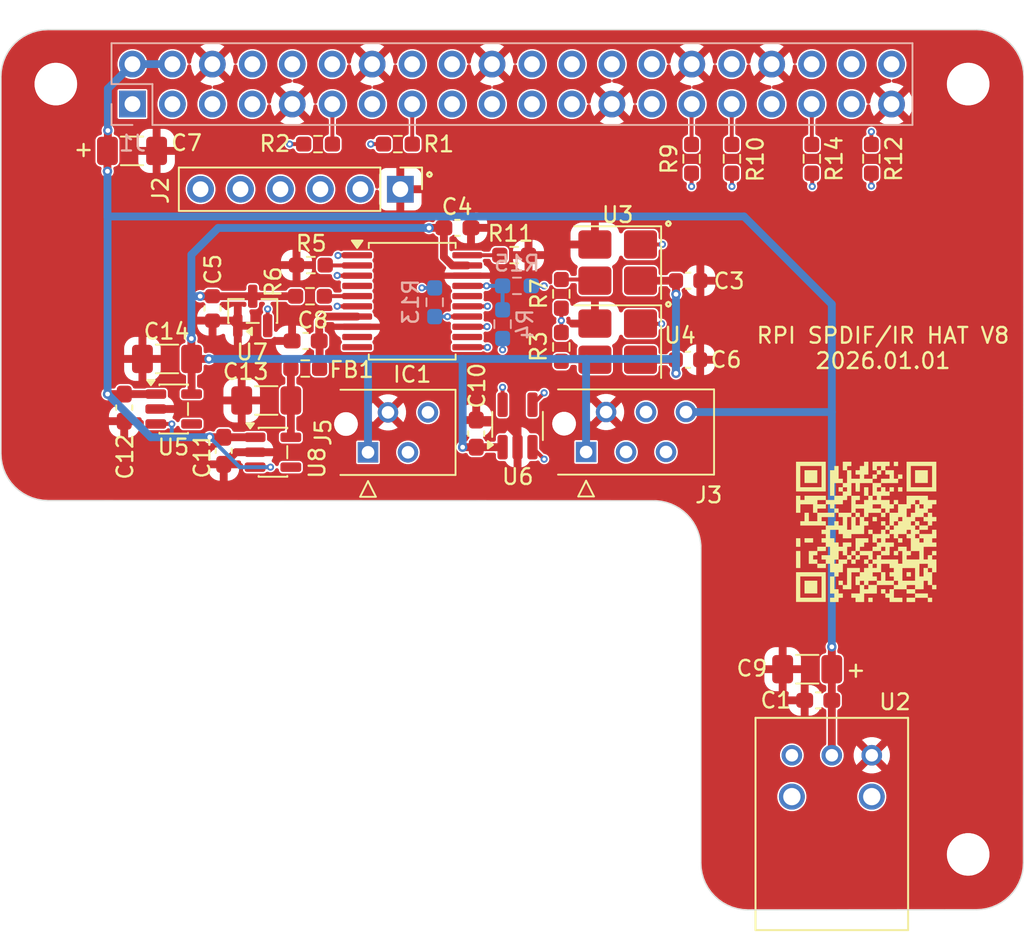
<source format=kicad_pcb>
(kicad_pcb (version 20241229) (generator "pcbnew") (generator_version "9.0")
  (title_block (date "2025-12-20"))
  (layers (0 "F.Cu" signal) (4 "In1.Cu" signal) (6 "In2.Cu" signal) (2 "B.Cu" signal) (13 "F.Paste" user) (15 "B.Paste" user) (5 "F.SilkS" user "F.Silkscreen") (7 "B.SilkS" user "B.Silkscreen") (1 "F.Mask" user) (3 "B.Mask" user) (25 "Edge.Cuts" user))
  (net 0 "")
  (net 1 "GND")
  (net 2 "/GPIO2{slash}SDA1")
  (net 3 "/GPIO3{slash}SCL1")
  (net 4 "/GPIO4{slash}GPCLK0")
  (net 5 "/GPIO14{slash}TXD0")
  (net 6 "/GPIO15{slash}RXD0")
  (net 7 "/GPIO17")
  (net 8 "/GPIO18{slash}PCM.CLK")
  (net 9 "/GPIO27")
  (net 10 "/GPIO22")
  (net 11 "/GPIO23")
  (net 12 "/GPIO26")
  (net 13 "/GPIO24")
  (net 14 "/GPIO10{slash}SPI0.MOSI")
  (net 15 "/GPIO9{slash}SPI0.MISO")
  (net 16 "/GPIO25")
  (net 17 "/GPIO11{slash}SPI0.SCLK")
  (net 18 "/GPIO8{slash}SPI0.CE0")
  (net 19 "/GPIO7{slash}SPI0.CE1")
  (net 20 "/ID_SDA")
  (net 21 "/ID_SCL")
  (net 22 "/GPIO5")
  (net 23 "/GPIO6")
  (net 24 "/GPIO12{slash}PWM0")
  (net 25 "/GPIO13{slash}PWM1")
  (net 26 "/GPIO19{slash}PCM.FS")
  (net 27 "/GPIO16")
  (net 28 "/GPIO20{slash}PCM.DIN")
  (net 29 "/GPIO21{slash}PCM.DOUT")
  (net 30 "+5V")
  (net 31 "+3V3")
  (net 32 "Net-(IC1-XIN)")
  (net 35 "Net-(IC1-GPO0{slash}SWIFMODE)")
  (net 36 "Net-(IC1-CSB{slash}GPO1)")
  (net 37 "Net-(IC1-RESETB)")
  (net 41 "Net-(IC1-RX0)")
  (net 42 "/IRIN")
  (net 43 "Net-(IC1-PVDD)")
  (net 47 "Net-(U4-CLK)")
  (net 48 "Net-(U3-CLK)")
  (net 49 "Net-(U4-INH)")
  (net 50 "Net-(U3-INH)")
  (net 51 "+3.3VP")
  (net 52 "+3.3VA")
  (net 55 "Net-(IC1-DIN)")
  (net 56 "Net-(IC1-BCLK)")
  (net 57 "Net-(IC1-LRCLK)")
  (net 58 "Net-(IC1-TX0)")
  (net 60 "/SPDIF-")
  (net 61 "/SPDIF+")
  (net 63 "Net-(U6-DIN)")
  (net 64 "Net-(U2-VIN)")
  (footprint "Capacitor_SMD:C_1206_3216Metric_Pad1.33x1.80mm_HandSolder" (layer "F.Cu") (at 110.5677 90.983)
    (property "Reference" "C14" (at -0.0267 -1.7526 0) (layer "F.SilkS"))
    (property "Value" "10uF/25V")
    (pad "1" smd roundrect (at -1.5625 0) (size 1.325 1.8) (layers "F.Cu" "F.Mask" "F.Paste") (roundrect_rratio 0.188679) (net 1 "GND"))
    (pad "2" smd roundrect (at 1.5625 0) (size 1.325 1.8) (layers "F.Cu" "F.Mask" "F.Paste") (roundrect_rratio 0.188679) (net 31 "+3V3"))
  )
  (footprint "MountingHole:MountingHole_2.7mm_M2.5" (layer "F.Cu") (at 161.5 73.5)
    (property "Reference" "MH2" (hide yes))
    (property "Value" "MountingHole_2.7mm_M2.5" (hide yes))
    (pad "" np_thru_hole circle (at 0 0) (size 2.7 2.7) (drill 2.7) (layers "*.Cu" "*.Mask"))
  )
  (footprint "Capacitor_SMD:C_1206_3216Metric_Pad1.33x1.80mm_HandSolder" (layer "F.Cu") (at 108.3435 77.7496)
    (property "Reference" "C7" (at 3.4675 -0.508 0) (layer "F.SilkS"))
    (property "Value" "47uF/6.3V")
    (pad "1" smd roundrect (at -1.5625 0) (size 1.325 1.8) (layers "F.Cu" "F.Mask" "F.Paste") (roundrect_rratio 0.188679) (net 30 "+5V"))
    (pad "2" smd roundrect (at 1.5625 0) (size 1.325 1.8) (layers "F.Cu" "F.Mask" "F.Paste") (roundrect_rratio 0.188679) (net 1 "GND"))
  )
  (footprint "Resistor_SMD:R_0603_1608Metric_Pad0.98x0.95mm_HandSolder" (layer "F.Cu") (at 120.1695 77.3178)
    (property "Reference" "R2" (at -2.7451 -0.0254 0) (layer "F.SilkS"))
    (property "Value" "0R")
    (pad "1" smd roundrect (at -0.9125 0) (size 0.975 0.95) (layers "F.Cu" "F.Mask" "F.Paste") (net 42 "/IRIN"))
    (pad "2" smd roundrect (at 0.9125 0) (size 0.975 0.95) (layers "F.Cu" "F.Mask" "F.Paste") (net 7 "/GPIO17"))
  )
  (footprint "Resistor_SMD:R_0603_1608Metric_Pad0.98x0.95mm_HandSolder" (layer "F.Cu") (at 119.6577 86.9952 180)
    (property "Reference" "R6" (at 2.3349 0.9144 90) (layer "F.SilkS"))
    (property "Value" "10k")
    (pad "1" smd roundrect (at -0.9125 0 180) (size 0.975 0.95) (layers "F.Cu" "F.Mask" "F.Paste") (net 36 "Net-(IC1-CSB{slash}GPO1)"))
    (pad "2" smd roundrect (at 0.9125 0 180) (size 0.975 0.95) (layers "F.Cu" "F.Mask" "F.Paste") (net 31 "+3V3"))
  )
  (footprint "Capacitor_SMD:C_0603_1608Metric_Pad1.08x0.95mm_HandSolder" (layer "F.Cu") (at 130.226 95.7339 -90)
    (property "Reference" "C10" (at -3.0441 -0.0508 90) (layer "F.SilkS"))
    (property "Value" "1uF/25V")
    (pad "1" smd roundrect (at -0.8625 0 270) (size 1.075 0.95) (layers "F.Cu" "F.Mask" "F.Paste") (net 1 "GND"))
    (pad "2" smd roundrect (at 0.8625 0 270) (size 1.075 0.95) (layers "F.Cu" "F.Mask" "F.Paste") (net 31 "+3V3"))
  )
  (footprint "Resistor_SMD:R_0603_1608Metric_Pad0.98x0.95mm_HandSolder" (layer "F.Cu") (at 155.3466 78.2557 -90)
    (property "Reference" "R12" (at 0 -1.43 90) (layer "F.SilkS"))
    (property "Value" "33R")
    (pad "1" smd roundrect (at -0.9125 0 270) (size 0.975 0.95) (layers "F.Cu" "F.Mask" "F.Paste") (net 29 "/GPIO21{slash}PCM.DOUT"))
    (pad "2" smd roundrect (at 0.9125 0 270) (size 0.975 0.95) (layers "F.Cu" "F.Mask" "F.Paste") (net 55 "Net-(IC1-DIN)"))
  )
  (footprint "Package_TO_SOT_SMD:SOT-23-5" (layer "F.Cu") (at 117.3029 96.9164)
    (property "Reference" "U8" (at 2.8139 0.6706 90) (layer "F.SilkS"))
    (property "Value" "NCP163ASN330T1G")
    (pad "1" smd roundrect (at -1.1375 -0.95) (size 1.325 0.6) (layers "F.Cu" "F.Mask" "F.Paste") (net 30 "+5V"))
    (pad "2" smd roundrect (at -1.1375 0) (size 1.325 0.6) (layers "F.Cu" "F.Mask" "F.Paste") (net 1 "GND"))
    (pad "3" smd roundrect (at -1.1375 0.95) (size 1.325 0.6) (layers "F.Cu" "F.Mask" "F.Paste") (net 30 "+5V"))
    (pad "4" smd roundrect (at 1.1375 0.95) (size 1.325 0.6) (layers "F.Cu" "F.Mask" "F.Paste"))
    (pad "5" smd roundrect (at 1.1375 -0.95) (size 1.325 0.6) (layers "F.Cu" "F.Mask" "F.Paste") (net 52 "+3.3VA"))
  )
  (footprint "Capacitor_SMD:C_1206_3216Metric_Pad1.33x1.80mm_HandSolder" (layer "F.Cu") (at 151.2695 110.7188 180)
    (property "Reference" "C9" (at 3.5175 0.0508 0) (layer "F.SilkS"))
    (property "Value" "47uF/6.3V")
    (pad "1" smd roundrect (at -1.5625 0 180) (size 1.325 1.8) (layers "F.Cu" "F.Mask" "F.Paste") (roundrect_rratio 0.188679) (net 30 "+5V"))
    (pad "2" smd roundrect (at 1.5625 0 180) (size 1.325 1.8) (layers "F.Cu" "F.Mask" "F.Paste") (roundrect_rratio 0.188679) (net 1 "GND"))
  )
  (footprint "Capacitor_SMD:C_0603_1608Metric_Pad1.08x0.95mm_HandSolder" (layer "F.Cu") (at 107.8486 94.0807 90)
    (property "Reference" "C12" (at -3.1253 0.0508 90) (layer "F.SilkS"))
    (property "Value" "1uF/25V")
    (pad "1" smd roundrect (at -0.8625 0 90) (size 1.075 0.95) (layers "F.Cu" "F.Mask" "F.Paste") (net 1 "GND"))
    (pad "2" smd roundrect (at 0.8625 0 90) (size 1.075 0.95) (layers "F.Cu" "F.Mask" "F.Paste") (net 30 "+5V"))
  )
  (footprint "Resistor_SMD:R_0603_1608Metric_Pad0.98x0.95mm_HandSolder" (layer "F.Cu") (at 132.6371 84.379)
    (property "Reference" "R11" (at -0.2267 -1.3716 0) (layer "F.SilkS"))
    (property "Value" "10k")
    (pad "1" smd roundrect (at -0.9125 0) (size 0.975 0.95) (layers "F.Cu" "F.Mask" "F.Paste") (net 41 "Net-(IC1-RX0)"))
    (pad "2" smd roundrect (at 0.9125 0) (size 0.975 0.95) (layers "F.Cu" "F.Mask" "F.Paste") (net 1 "GND"))
  )
  (footprint "Resistor_SMD:R_0603_1608Metric_Pad0.98x0.95mm_HandSolder" (layer "F.Cu") (at 119.7123 85.014 180)
    (property "Reference" "R5" (at -0.0235 1.3716 0) (layer "F.SilkS"))
    (property "Value" "10k")
    (pad "1" smd roundrect (at -0.9125 0 180) (size 0.975 0.95) (layers "F.Cu" "F.Mask" "F.Paste") (net 35 "Net-(IC1-GPO0{slash}SWIFMODE)"))
    (pad "2" smd roundrect (at 0.9125 0 180) (size 0.975 0.95) (layers "F.Cu" "F.Mask" "F.Paste") (net 1 "GND"))
  )
  (footprint "Resistor_SMD:R_0603_1608Metric_Pad0.98x0.95mm_HandSolder" (layer "F.Cu") (at 143.9166 78.2557 90)
    (property "Reference" "R9" (at 0 -1.43 90) (layer "F.SilkS"))
    (property "Value" "0R")
    (pad "1" smd roundrect (at -0.9125 0 90) (size 0.975 0.95) (layers "F.Cu" "F.Mask" "F.Paste") (net 49 "Net-(U4-INH)"))
    (pad "2" smd roundrect (at 0.9125 0 90) (size 0.975 0.95) (layers "F.Cu" "F.Mask" "F.Paste") (net 22 "/GPIO5"))
  )
  (footprint "Connector_PinHeader_2.54mm:PinHeader_1x06_P2.54mm_Vertical" (layer "F.Cu") (at 125.4 80.188 -90)
    (property "Reference" "J2" (at 0.0762 15.24 90) (layer "F.SilkS"))
    (property "Value" "TTL-232R-3V3")
    (pad "1" thru_hole rect (at 0 0 270) (size 1.7 1.7) (drill 1) (layers "*.Cu" "*.Mask") (net 1 "GND"))
    (pad "2" thru_hole circle (at 0 2.54 270) (size 1.7 1.7) (drill 1) (layers "*.Cu" "*.Mask"))
    (pad "3" thru_hole circle (at 0 5.08 270) (size 1.7 1.7) (drill 1) (layers "*.Cu" "*.Mask"))
    (pad "4" thru_hole circle (at 0 7.62 270) (size 1.7 1.7) (drill 1) (layers "*.Cu" "*.Mask") (net 6 "/GPIO15{slash}RXD0"))
    (pad "5" thru_hole circle (at 0 10.16 270) (size 1.7 1.7) (drill 1) (layers "*.Cu" "*.Mask") (net 5 "/GPIO14{slash}TXD0"))
    (pad "6" thru_hole circle (at 0 12.7 270) (size 1.7 1.7) (drill 1) (layers "*.Cu" "*.Mask"))
  )
  (footprint "Resistor_SMD:R_0603_1608Metric_Pad0.98x0.95mm_HandSolder" (layer "F.Cu") (at 146.482 78.2557 90)
    (property "Reference" "R10" (at -0.0273 1.4986 90) (layer "F.SilkS"))
    (property "Value" "0R")
    (pad "1" smd roundrect (at -0.9125 0 90) (size 0.975 0.95) (layers "F.Cu" "F.Mask" "F.Paste") (net 50 "Net-(U3-INH)"))
    (pad "2" smd roundrect (at 0.9125 0 90) (size 0.975 0.95) (layers "F.Cu" "F.Mask" "F.Paste") (net 23 "/GPIO6"))
  )
  (footprint "MountingHole:MountingHole_2.7mm_M2.5" (layer "F.Cu") (at 103.5 122.5)
    (property "Reference" "MH3" (hide yes))
    (property "Value" "MountingHole_2.7mm_M2.5" (hide yes))
    (pad "" np_thru_hole circle (at 0 0) (size 2.7 2.7) (drill 2.7) (layers "*.Cu" "*.Mask"))
  )
  (footprint "Capacitor_SMD:C_0603_1608Metric_Pad1.08x0.95mm_HandSolder" (layer "F.Cu") (at 114.1732 96.8261 90)
    (property "Reference" "C11" (at -0.3037 -1.3716 90) (layer "F.SilkS"))
    (property "Value" "1uF/25V")
    (pad "1" smd roundrect (at -0.8625 0 90) (size 1.075 0.95) (layers "F.Cu" "F.Mask" "F.Paste") (net 1 "GND"))
    (pad "2" smd roundrect (at 0.8625 0 90) (size 1.075 0.95) (layers "F.Cu" "F.Mask" "F.Paste") (net 30 "+5V"))
  )
  (footprint "Package_TO_SOT_SMD:SOT-23-5" (layer "F.Cu") (at 110.9927 94.1682)
    (property "Reference" "U5" (at -0.0199 2.4282 0) (layer "F.SilkS"))
    (property "Value" "NCP163ASN330T1G")
    (pad "1" smd roundrect (at -1.1375 -0.95) (size 1.325 0.6) (layers "F.Cu" "F.Mask" "F.Paste") (net 30 "+5V"))
    (pad "2" smd roundrect (at -1.1375 0) (size 1.325 0.6) (layers "F.Cu" "F.Mask" "F.Paste") (net 1 "GND"))
    (pad "3" smd roundrect (at -1.1375 0.95) (size 1.325 0.6) (layers "F.Cu" "F.Mask" "F.Paste") (net 30 "+5V"))
    (pad "4" smd roundrect (at 1.1375 0.95) (size 1.325 0.6) (layers "F.Cu" "F.Mask" "F.Paste"))
    (pad "5" smd roundrect (at 1.1375 -0.95) (size 1.325 0.6) (layers "F.Cu" "F.Mask" "F.Paste") (net 31 "+3V3"))
  )
  (footprint "MountingHole:MountingHole_2.7mm_M2.5" (layer "F.Cu") (at 103.5 73.5)
    (property "Reference" "MH1" (hide yes))
    (property "Value" "MountingHole_2.7mm_M2.5" (hide yes))
    (pad "" np_thru_hole circle (at 0 0) (size 2.7 2.7) (drill 2.7) (layers "*.Cu" "*.Mask"))
  )
  (footprint "LOGO" (layer "F.Cu") (at 155.0164 101.9812)
    (property "Reference" "G***" (hide yes))
    (property "Value" "LOGO" (hide yes))
  )
  (footprint "Capacitor_SMD:C_0603_1608Metric" (layer "F.Cu") (at 143.688 91.0338)
    (property "Reference" "C6" (at 2.4254 0 0) (layer "F.SilkS"))
    (property "Value" "1uF/25V")
    (pad "1" smd roundrect (at -0.775 0) (size 0.9 0.95) (layers "F.Cu" "F.Mask" "F.Paste") (net 31 "+3V3"))
    (pad "2" smd roundrect (at 0.775 0) (size 0.9 0.95) (layers "F.Cu" "F.Mask" "F.Paste") (net 1 "GND"))
  )
  (footprint "Capacitor_SMD:C_0603_1608Metric_Pad1.08x0.95mm_HandSolder" (layer "F.Cu") (at 129.0311 82.644045 180)
    (property "Reference" "C4" (at 0.0243 1.338445 180) (layer "F.SilkS"))
    (property "Value" "1uF/25V")
    (pad "1" smd roundrect (at -0.8625 0 180) (size 1.075 0.95) (layers "F.Cu" "F.Mask" "F.Paste") (net 1 "GND"))
    (pad "2" smd roundrect (at 0.8625 0 180) (size 1.075 0.95) (layers "F.Cu" "F.Mask" "F.Paste") (net 31 "+3V3"))
  )
  (footprint "Resistor_SMD:R_0603_1608Metric_Pad0.98x0.95mm_HandSolder" (layer "F.Cu") (at 135.6362 86.8447 90)
    (property "Reference" "R7" (at 0 -1.43 90) (layer "F.SilkS"))
    (property "Value" "33R")
    (pad "1" smd roundrect (at -0.9125 0 90) (size 0.975 0.95) (layers "F.Cu" "F.Mask" "F.Paste") (net 32 "Net-(IC1-XIN)"))
    (pad "2" smd roundrect (at 0.9125 0 90) (size 0.975 0.95) (layers "F.Cu" "F.Mask" "F.Paste") (net 48 "Net-(U3-CLK)"))
  )
  (footprint "Connector_TE-Connectivity:TE_Micro-MaTch_215079-4_2x02_P1.27mm_Vertical" (layer "F.Cu") (at 123.3456 96.9232 90)
    (property "Reference" "J5" (at 1.27 -2.85 90) (layer "F.SilkS"))
    (property "Value" "TE MicroMatch")
    (pad "" np_thru_hole circle (at 1.8 -1.4 90) (size 1.5 1.5) (drill 1.5) (layers "*.Cu" "*.Mask"))
    (pad "1" thru_hole rect (at 0 0 90) (size 1.3 1.3) (drill 0.8) (layers "*.Cu" "*.Mask") (net 31 "+3V3"))
    (pad "2" thru_hole circle (at 2.54 1.27 90) (size 1.3 1.3) (drill 0.8) (layers "*.Cu" "*.Mask") (net 1 "GND"))
    (pad "3" thru_hole circle (at 0 2.54 90) (size 1.3 1.3) (drill 0.8) (layers "*.Cu" "*.Mask") (net 42 "/IRIN"))
    (pad "4" thru_hole circle (at 2.54 3.81 90) (size 1.3 1.3) (drill 0.8) (layers "*.Cu" "*.Mask"))
  )
  (footprint "Package_SO:SSOP-20_5.3x7.2mm_P0.65mm" (layer "F.Cu") (at 126.1568 87.312445)
    (property "Reference" "IC1" (at 0 4.661155 0) (layer "F.SilkS"))
    (property "Value" "WM8804GEDS_V")
    (pad "1" smd roundrect (at -3.5 -2.925) (size 1.9 0.4) (layers "F.Cu" "F.Mask" "F.Paste") (net 3 "/GPIO3{slash}SCL1"))
    (pad "2" smd roundrect (at -3.5 -2.275) (size 1.9 0.4) (layers "F.Cu" "F.Mask" "F.Paste") (net 35 "Net-(IC1-GPO0{slash}SWIFMODE)"))
    (pad "3" smd roundrect (at -3.5 -1.625) (size 1.9 0.4) (layers "F.Cu" "F.Mask" "F.Paste") (net 2 "/GPIO2{slash}SDA1"))
    (pad "4" smd roundrect (at -3.5 -0.975) (size 1.9 0.4) (layers "F.Cu" "F.Mask" "F.Paste"))
    (pad "5" smd roundrect (at -3.5 -0.325) (size 1.9 0.4) (layers "F.Cu" "F.Mask" "F.Paste") (net 36 "Net-(IC1-CSB{slash}GPO1)"))
    (pad "6" smd roundrect (at -3.5 0.325) (size 1.9 0.4) (layers "F.Cu" "F.Mask" "F.Paste") (net 37 "Net-(IC1-RESETB)"))
    (pad "7" smd roundrect (at -3.5 0.975) (size 1.9 0.4) (layers "F.Cu" "F.Mask" "F.Paste") (net 43 "Net-(IC1-PVDD)"))
    (pad "8" smd roundrect (at -3.5 1.625) (size 1.9 0.4) (layers "F.Cu" "F.Mask" "F.Paste") (net 1 "GND"))
    (pad "9" smd roundrect (at -3.5 2.275) (size 1.9 0.4) (layers "F.Cu" "F.Mask" "F.Paste"))
    (pad "10" smd roundrect (at -3.5 2.925) (size 1.9 0.4) (layers "F.Cu" "F.Mask" "F.Paste"))
    (pad "11" smd roundrect (at 3.5 2.925) (size 1.9 0.4) (layers "F.Cu" "F.Mask" "F.Paste") (net 32 "Net-(IC1-XIN)"))
    (pad "12" smd roundrect (at 3.5 2.275) (size 1.9 0.4) (layers "F.Cu" "F.Mask" "F.Paste"))
    (pad "13" smd roundrect (at 3.5 1.625) (size 1.9 0.4) (layers "F.Cu" "F.Mask" "F.Paste") (net 55 "Net-(IC1-DIN)"))
    (pad "14" smd roundrect (at 3.5 0.975) (size 1.9 0.4) (layers "F.Cu" "F.Mask" "F.Paste") (net 56 "Net-(IC1-BCLK)"))
    (pad "15" smd roundrect (at 3.5 0.325) (size 1.9 0.4) (layers "F.Cu" "F.Mask" "F.Paste") (net 57 "Net-(IC1-LRCLK)"))
    (pad "16" smd roundrect (at 3.5 -0.325) (size 1.9 0.4) (layers "F.Cu" "F.Mask" "F.Paste"))
    (pad "17" smd roundrect (at 3.5 -0.975) (size 1.9 0.4) (layers "F.Cu" "F.Mask" "F.Paste") (net 58 "Net-(IC1-TX0)"))
    (pad "18" smd roundrect (at 3.5 -1.625) (size 1.9 0.4) (layers "F.Cu" "F.Mask" "F.Paste") (net 1 "GND"))
    (pad "19" smd roundrect (at 3.5 -2.275) (size 1.9 0.4) (layers "F.Cu" "F.Mask" "F.Paste") (net 31 "+3V3"))
    (pad "20" smd roundrect (at 3.5 -2.925) (size 1.9 0.4) (layers "F.Cu" "F.Mask" "F.Paste") (net 41 "Net-(IC1-RX0)"))
  )
  (footprint "Capacitor_SMD:C_0603_1608Metric_Pad1.08x0.95mm_HandSolder" (layer "F.Cu") (at 119.3813 89.84)
    (property "Reference" "C8" (at 0.4561 -1.3208 0) (layer "F.SilkS"))
    (property "Value" "1uF/25V")
    (pad "1" smd roundrect (at -0.8625 0) (size 1.075 0.95) (layers "F.Cu" "F.Mask" "F.Paste") (net 1 "GND"))
    (pad "2" smd roundrect (at 0.8625 0) (size 1.075 0.95) (layers "F.Cu" "F.Mask" "F.Paste") (net 43 "Net-(IC1-PVDD)"))
  )
  (footprint "Capacitor_SMD:C_0603_1608Metric" (layer "F.Cu") (at 143.701 86.0046)
    (property "Reference" "C3" (at 2.6032 0.0254 0) (layer "F.SilkS"))
    (property "Value" "1uF/25V")
    (pad "1" smd roundrect (at -0.775 0) (size 0.9 0.95) (layers "F.Cu" "F.Mask" "F.Paste") (net 31 "+3V3"))
    (pad "2" smd roundrect (at 0.775 0) (size 0.9 0.95) (layers "F.Cu" "F.Mask" "F.Paste") (net 1 "GND"))
  )
  (footprint "Resistor_SMD:R_0603_1608Metric_Pad0.98x0.95mm_HandSolder" (layer "F.Cu") (at 151.562 78.2557 -90)
    (property "Reference" "R14" (at 0 -1.43 90) (layer "F.SilkS"))
    (property "Value" "33R")
    (pad "1" smd roundrect (at -0.9125 0 270) (size 0.975 0.95) (layers "F.Cu" "F.Mask" "F.Paste") (net 26 "/GPIO19{slash}PCM.FS"))
    (pad "2" smd roundrect (at 0.9125 0 270) (size 0.975 0.95) (layers "F.Cu" "F.Mask" "F.Paste") (net 57 "Net-(IC1-LRCLK)"))
  )
  (footprint "Package_TO_SOT_SMD:SOT-23" (layer "F.Cu") (at 116.0172 87.9327 90)
    (property "Reference" "U7" (at -2.6185 -0.0406 180) (layer "F.SilkS"))
    (property "Value" "APX809S-31SA-7")
    (pad "1" smd roundrect (at -0.9375 -0.95 90) (size 1.475 0.6) (layers "F.Cu" "F.Mask" "F.Paste") (net 1 "GND"))
    (pad "2" smd roundrect (at -0.9375 0.95 90) (size 1.475 0.6) (layers "F.Cu" "F.Mask" "F.Paste") (net 37 "Net-(IC1-RESETB)"))
    (pad "3" smd roundrect (at 0.9375 0 90) (size 1.475 0.6) (layers "F.Cu" "F.Mask" "F.Paste") (net 31 "+3V3"))
  )
  (footprint "MountingHole:MountingHole_2.7mm_M2.5" (layer "F.Cu") (at 161.5 122.5)
    (property "Reference" "MH4" (hide yes))
    (property "Value" "MountingHole_2.7mm_M2.5" (hide yes))
    (pad "" np_thru_hole circle (at 0 0) (size 2.7 2.7) (drill 2.7) (layers "*.Cu" "*.Mask"))
  )
  (footprint "Capacitor_SMD:C_0603_1608Metric" (layer "F.Cu") (at 113.462 87.7702 -90)
    (property "Reference" "C5" (at -2.4768 -0.0254 90) (layer "F.SilkS"))
    (property "Value" "1uF/25V")
    (pad "1" smd roundrect (at -0.775 0 270) (size 0.9 0.95) (layers "F.Cu" "F.Mask" "F.Paste") (net 31 "+3V3"))
    (pad "2" smd roundrect (at 0.775 0 270) (size 0.9 0.95) (layers "F.Cu" "F.Mask" "F.Paste") (net 1 "GND"))
  )
  (footprint "Resistor_SMD:R_0603_1608Metric_Pad0.98x0.95mm_HandSolder" (layer "F.Cu") (at 135.6362 90.2191 -90)
    (property "Reference" "R3" (at -0.0235 1.4478 90) (layer "F.SilkS"))
    (property "Value" "33R")
    (pad "1" smd roundrect (at -0.9125 0 270) (size 0.975 0.95) (layers "F.Cu" "F.Mask" "F.Paste") (net 32 "Net-(IC1-XIN)"))
    (pad "2" smd roundrect (at 0.9125 0 270) (size 0.975 0.95) (layers "F.Cu" "F.Mask" "F.Paste") (net 47 "Net-(U4-CLK)"))
  )
  (footprint "Crystal:Crystal_SMD_3225-4Pin_3.2x2.5mm_HandSoldering" (layer "F.Cu") (at 139.2198 89.8838 180)
    (property "Reference" "U4" (at -3.9602 0.3994 180) (layer "F.SilkS"))
    (property "Value" "KC3225Z22.5792C15XXK")
    (pad "1" smd roundrect (at -1.45 1.15 180) (size 2.1 1.8) (layers "F.Cu" "F.Mask" "F.Paste") (roundrect_rratio 0.138889) (net 49 "Net-(U4-INH)"))
    (pad "2" smd roundrect (at 1.45 1.15 180) (size 2.1 1.8) (layers "F.Cu" "F.Mask" "F.Paste") (roundrect_rratio 0.138889) (net 1 "GND"))
    (pad "3" smd roundrect (at 1.45 -1.15 180) (size 2.1 1.8) (layers "F.Cu" "F.Mask" "F.Paste") (roundrect_rratio 0.138889) (net 47 "Net-(U4-CLK)"))
    (pad "4" smd roundrect (at -1.45 -1.15 180) (size 2.1 1.8) (layers "F.Cu" "F.Mask" "F.Paste") (roundrect_rratio 0.138889) (net 31 "+3V3"))
  )
  (footprint "Capacitor_SMD:C_0603_1608Metric_Pad1.08x0.95mm_HandSolder" (layer "F.Cu") (at 151.9695 112.7 180)
    (property "Reference" "C1" (at 2.6935 0 0) (layer "F.SilkS"))
    (property "Value" "1uF/25V")
    (pad "1" smd roundrect (at -0.8625 0 180) (size 1.075 0.95) (layers "F.Cu" "F.Mask" "F.Paste") (net 30 "+5V"))
    (pad "2" smd roundrect (at 0.8625 0 180) (size 1.075 0.95) (layers "F.Cu" "F.Mask" "F.Paste") (net 1 "GND"))
  )
  (footprint "Resistor_SMD:R_0603_1608Metric_Pad0.98x0.95mm_HandSolder" (layer "F.Cu") (at 125.2457 77.3178)
    (property "Reference" "R1" (at 2.5927 0 0) (layer "F.SilkS"))
    (property "Value" "0R")
    (pad "1" smd roundrect (at -0.9125 0) (size 0.975 0.95) (layers "F.Cu" "F.Mask" "F.Paste") (net 42 "/IRIN"))
    (pad "2" smd roundrect (at 0.9125 0) (size 0.975 0.95) (layers "F.Cu" "F.Mask" "F.Paste") (net 10 "/GPIO22"))
  )
  (footprint "Capacitor_SMD:C_1206_3216Metric_Pad1.33x1.80mm_HandSolder" (layer "F.Cu") (at 116.8779 93.6246)
    (property "Reference" "C13" (at -1.3077 -1.8288 0) (layer "F.SilkS"))
    (property "Value" "10uF/25V")
    (pad "1" smd roundrect (at -1.5625 0) (size 1.325 1.8) (layers "F.Cu" "F.Mask" "F.Paste") (roundrect_rratio 0.188679) (net 1 "GND"))
    (pad "2" smd roundrect (at 1.5625 0) (size 1.325 1.8) (layers "F.Cu" "F.Mask" "F.Paste") (roundrect_rratio 0.188679) (net 52 "+3.3VA"))
  )
  (footprint "Package_TO_SOT_SMD:SOT-23-5_HandSoldering" (layer "F.Cu") (at 132.8524 95.2464 90)
    (property "Reference" "U6" (at -3.2296 0.0152 180) (layer "F.SilkS"))
    (property "Value" "FIN1001")
    (pad "1" smd roundrect (at -1.35 -0.95 90) (size 1.56 0.65) (layers "F.Cu" "F.Mask" "F.Paste") (net 31 "+3V3"))
    (pad "2" smd roundrect (at -1.35 0 90) (size 1.56 0.65) (layers "F.Cu" "F.Mask" "F.Paste") (net 1 "GND"))
    (pad "3" smd roundrect (at -1.35 0.95 90) (size 1.56 0.65) (layers "F.Cu" "F.Mask" "F.Paste") (net 60 "/SPDIF-"))
    (pad "4" smd roundrect (at 1.35 0.95 90) (size 1.56 0.65) (layers "F.Cu" "F.Mask" "F.Paste") (net 61 "/SPDIF+"))
    (pad "5" smd roundrect (at 1.35 -0.95 90) (size 1.56 0.65) (layers "F.Cu" "F.Mask" "F.Paste") (net 63 "Net-(U6-DIN)"))
  )
  (footprint "Crystal:Crystal_SMD_3225-4Pin_3.2x2.5mm_HandSoldering" (layer "F.Cu") (at 139.2198 84.8546 180)
    (property "Reference" "U3" (at 0 3.041 180) (layer "F.SilkS"))
    (property "Value" "KC3225Z24.5760C1KX00")
    (pad "1" smd roundrect (at -1.45 1.15 180) (size 2.1 1.8) (layers "F.Cu" "F.Mask" "F.Paste") (roundrect_rratio 0.138889) (net 50 "Net-(U3-INH)"))
    (pad "2" smd roundrect (at 1.45 1.15 180) (size 2.1 1.8) (layers "F.Cu" "F.Mask" "F.Paste") (roundrect_rratio 0.138889) (net 1 "GND"))
    (pad "3" smd roundrect (at 1.45 -1.15 180) (size 2.1 1.8) (layers "F.Cu" "F.Mask" "F.Paste") (roundrect_rratio 0.138889) (net 48 "Net-(U3-CLK)"))
    (pad "4" smd roundrect (at -1.45 -1.15 180) (size 2.1 1.8) (layers "F.Cu" "F.Mask" "F.Paste") (roundrect_rratio 0.138889) (net 31 "+3V3"))
  )
  (footprint "Connector_TE-Connectivity:TE_Micro-MaTch_215079-6_2x03_P1.27mm_Vertical" (layer "F.Cu") (at 137.211 96.9012 90)
    (property "Reference" "J3" (at -2.7432 7.7978 180) (layer "F.SilkS"))
    (property "Value" "TE MicroMatch")
    (pad "" np_thru_hole circle (at 1.8 -1.4 90) (size 1.5 1.5) (drill 1.5) (layers "*.Cu" "*.Mask"))
    (pad "1" thru_hole rect (at 0 0 90) (size 1.3 1.3) (drill 0.8) (layers "*.Cu" "*.Mask") (net 31 "+3V3"))
    (pad "2" thru_hole circle (at 2.54 1.27 90) (size 1.3 1.3) (drill 0.8) (layers "*.Cu" "*.Mask") (net 1 "GND"))
    (pad "3" thru_hole circle (at 0 2.54 90) (size 1.3 1.3) (drill 0.8) (layers "*.Cu" "*.Mask") (net 60 "/SPDIF-"))
    (pad "4" thru_hole circle (at 2.54 3.81 90) (size 1.3 1.3) (drill 0.8) (layers "*.Cu" "*.Mask") (net 61 "/SPDIF+"))
    (pad "5" thru_hole circle (at 0 5.08 90) (size 1.3 1.3) (drill 0.8) (layers "*.Cu" "*.Mask"))
    (pad "6" thru_hole circle (at 2.54 6.35 90) (size 1.3 1.3) (drill 0.8) (layers "*.Cu" "*.Mask") (net 30 "+5V"))
  )
  (footprint "kicad-snk:PLR135-T10_PLT133-T10W" (layer "F.Cu") (at 152.832 118.824 180)
    (property "Reference" "U2" (at -4.0132 6.0224 0) (layer "F.SilkS"))
    (property "Value" "PLT237/T10WH")
    (pad "1" thru_hole circle (at 2.54 2.63 180) (size 1.308 1.308) (drill 0.8) (layers "*.Cu" "*.Mask") (net 64 "Net-(U2-VIN)"))
    (pad "2" thru_hole circle (at 0 2.63 180) (size 1.308 1.308) (drill 0.8) (layers "*.Cu" "*.Mask") (net 30 "+5V"))
    (pad "3" thru_hole circle (at -2.54 2.63 180) (size 1.308 1.308) (drill 0.8) (layers "*.Cu" "*.Mask") (net 1 "GND"))
    (pad "NC1" thru_hole circle (at 2.54 0 180) (size 1.65 1.65) (drill 1.1) (layers "*.Cu" "*.Mask"))
    (pad "NC2" thru_hole circle (at -2.54 0 180) (size 1.65 1.65) (drill 1.1) (layers "*.Cu" "*.Mask"))
  )
  (footprint "Resistor_SMD:R_0603_1608Metric_Pad0.98x0.95mm_HandSolder" (layer "F.Cu") (at 119.3567 91.5926 180)
    (property "Reference" "FB1" (at -2.9445 -0.0762 0) (layer "F.SilkS"))
    (property "Value" "1k@100MHz")
    (pad "1" smd roundrect (at -0.9125 0 180) (size 0.975 0.95) (layers "F.Cu" "F.Mask" "F.Paste") (net 43 "Net-(IC1-PVDD)"))
    (pad "2" smd roundrect (at 0.9125 0 180) (size 0.975 0.95) (layers "F.Cu" "F.Mask" "F.Paste") (net 52 "+3.3VA"))
  )
  (footprint "Connector_PinSocket_2.54mm:PinSocket_2x20_P2.54mm_Vertical" (layer "B.Cu") (at 108.37 74.77 -90)
    (property "Reference" "J1" (at 2.5 0 0) (layer "B.SilkS") (effects (justify mirror)))
    (property "Value" "GPIO")
    (pad "1" thru_hole rect (at 0 0 270) (size 1.7 1.7) (drill 1) (layers "*.Cu" "*.Mask") (net 51 "+3.3VP"))
    (pad "2" thru_hole circle (at -2.54 0 270) (size 1.7 1.7) (drill 1) (layers "*.Cu" "*.Mask") (net 30 "+5V"))
    (pad "3" thru_hole circle (at 0 -2.54 270) (size 1.7 1.7) (drill 1) (layers "*.Cu" "*.Mask") (net 2 "/GPIO2{slash}SDA1"))
    (pad "4" thru_hole circle (at -2.54 -2.54 270) (size 1.7 1.7) (drill 1) (layers "*.Cu" "*.Mask") (net 30 "+5V"))
    (pad "5" thru_hole circle (at 0 -5.08 270) (size 1.7 1.7) (drill 1) (layers "*.Cu" "*.Mask") (net 3 "/GPIO3{slash}SCL1"))
    (pad "6" thru_hole circle (at -2.54 -5.08 270) (size 1.7 1.7) (drill 1) (layers "*.Cu" "*.Mask") (net 1 "GND"))
    (pad "7" thru_hole circle (at 0 -7.62 270) (size 1.7 1.7) (drill 1) (layers "*.Cu" "*.Mask") (net 4 "/GPIO4{slash}GPCLK0"))
    (pad "8" thru_hole circle (at -2.54 -7.62 270) (size 1.7 1.7) (drill 1) (layers "*.Cu" "*.Mask") (net 5 "/GPIO14{slash}TXD0"))
    (pad "9" thru_hole circle (at 0 -10.16 270) (size 1.7 1.7) (drill 1) (layers "*.Cu" "*.Mask") (net 1 "GND"))
    (pad "10" thru_hole circle (at -2.54 -10.16 270) (size 1.7 1.7) (drill 1) (layers "*.Cu" "*.Mask") (net 6 "/GPIO15{slash}RXD0"))
    (pad "11" thru_hole circle (at 0 -12.7 270) (size 1.7 1.7) (drill 1) (layers "*.Cu" "*.Mask") (net 7 "/GPIO17"))
    (pad "12" thru_hole circle (at -2.54 -12.7 270) (size 1.7 1.7) (drill 1) (layers "*.Cu" "*.Mask") (net 8 "/GPIO18{slash}PCM.CLK"))
    (pad "13" thru_hole circle (at 0 -15.24 270) (size 1.7 1.7) (drill 1) (layers "*.Cu" "*.Mask") (net 9 "/GPIO27"))
    (pad "14" thru_hole circle (at -2.54 -15.24 270) (size 1.7 1.7) (drill 1) (layers "*.Cu" "*.Mask") (net 1 "GND"))
    (pad "15" thru_hole circle (at 0 -17.78 270) (size 1.7 1.7) (drill 1) (layers "*.Cu" "*.Mask") (net 10 "/GPIO22"))
    (pad "16" thru_hole circle (at -2.54 -17.78 270) (size 1.7 1.7) (drill 1) (layers "*.Cu" "*.Mask") (net 11 "/GPIO23"))
    (pad "17" thru_hole circle (at 0 -20.32 270) (size 1.7 1.7) (drill 1) (layers "*.Cu" "*.Mask") (net 51 "+3.3VP"))
    (pad "18" thru_hole circle (at -2.54 -20.32 270) (size 1.7 1.7) (drill 1) (layers "*.Cu" "*.Mask") (net 13 "/GPIO24"))
    (pad "19" thru_hole circle (at 0 -22.86 270) (size 1.7 1.7) (drill 1) (layers "*.Cu" "*.Mask") (net 14 "/GPIO10{slash}SPI0.MOSI"))
    (pad "20" thru_hole circle (at -2.54 -22.86 270) (size 1.7 1.7) (drill 1) (layers "*.Cu" "*.Mask") (net 1 "GND"))
    (pad "21" thru_hole circle (at 0 -25.4 270) (size 1.7 1.7) (drill 1) (layers "*.Cu" "*.Mask") (net 15 "/GPIO9{slash}SPI0.MISO"))
    (pad "22" thru_hole circle (at -2.54 -25.4 270) (size 1.7 1.7) (drill 1) (layers "*.Cu" "*.Mask") (net 16 "/GPIO25"))
    (pad "23" thru_hole circle (at 0 -27.94 270) (size 1.7 1.7) (drill 1) (layers "*.Cu" "*.Mask") (net 17 "/GPIO11{slash}SPI0.SCLK"))
    (pad "24" thru_hole circle (at -2.54 -27.94 270) (size 1.7 1.7) (drill 1) (layers "*.Cu" "*.Mask") (net 18 "/GPIO8{slash}SPI0.CE0"))
    (pad "25" thru_hole circle (at 0 -30.48 270) (size 1.7 1.7) (drill 1) (layers "*.Cu" "*.Mask") (net 1 "GND"))
    (pad "26" thru_hole circle (at -2.54 -30.48 270) (size 1.7 1.7) (drill 1) (layers "*.Cu" "*.Mask") (net 19 "/GPIO7{slash}SPI0.CE1"))
    (pad "27" thru_hole circle (at 0 -33.02 270) (size 1.7 1.7) (drill 1) (layers "*.Cu" "*.Mask") (net 20 "/ID_SDA"))
    (pad "28" thru_hole circle (at -2.54 -33.02 270) (size 1.7 1.7) (drill 1) (layers "*.Cu" "*.Mask") (net 21 "/ID_SCL"))
    (pad "29" thru_hole circle (at 0 -35.56 270) (size 1.7 1.7) (drill 1) (layers "*.Cu" "*.Mask") (net 22 "/GPIO5"))
    (pad "30" thru_hole circle (at -2.54 -35.56 270) (size 1.7 1.7) (drill 1) (layers "*.Cu" "*.Mask") (net 1 "GND"))
    (pad "31" thru_hole circle (at 0 -38.1 270) (size 1.7 1.7) (drill 1) (layers "*.Cu" "*.Mask") (net 23 "/GPIO6"))
    (pad "32" thru_hole circle (at -2.54 -38.1 270) (size 1.7 1.7) (drill 1) (layers "*.Cu" "*.Mask") (net 24 "/GPIO12{slash}PWM0"))
    (pad "33" thru_hole circle (at 0 -40.64 270) (size 1.7 1.7) (drill 1) (layers "*.Cu" "*.Mask") (net 25 "/GPIO13{slash}PWM1"))
    (pad "34" thru_hole circle (at -2.54 -40.64 270) (size 1.7 1.7) (drill 1) (layers "*.Cu" "*.Mask") (net 1 "GND"))
    (pad "35" thru_hole circle (at 0 -43.18 270) (size 1.7 1.7) (drill 1) (layers "*.Cu" "*.Mask") (net 26 "/GPIO19{slash}PCM.FS"))
    (pad "36" thru_hole circle (at -2.54 -43.18 270) (size 1.7 1.7) (drill 1) (layers "*.Cu" "*.Mask") (net 27 "/GPIO16"))
    (pad "37" thru_hole circle (at 0 -45.72 270) (size 1.7 1.7) (drill 1) (layers "*.Cu" "*.Mask") (net 12 "/GPIO26"))
    (pad "38" thru_hole circle (at -2.54 -45.72 270) (size 1.7 1.7) (drill 1) (layers "*.Cu" "*.Mask") (net 28 "/GPIO20{slash}PCM.DIN"))
    (pad "39" thru_hole circle (at 0 -48.26 270) (size 1.7 1.7) (drill 1) (layers "*.Cu" "*.Mask") (net 1 "GND"))
    (pad "40" thru_hole circle (at -2.54 -48.26 270) (size 1.7 1.7) (drill 1) (layers "*.Cu" "*.Mask") (net 29 "/GPIO21{slash}PCM.DOUT"))
  )
  (footprint "Resistor_SMD:R_0603_1608Metric_Pad0.98x0.95mm_HandSolder" (layer "B.Cu") (at 131.9024 88.7713 90)
    (property "Reference" "R4" (at 0 1.43 90) (layer "B.SilkS") (effects (justify mirror)))
    (property "Value" "0R")
    (pad "1" smd roundrect (at -0.9125 0 90) (size 0.975 0.95) (layers "B.Cu" "B.Mask" "B.Paste") (net 63 "Net-(U6-DIN)"))
    (pad "2" smd roundrect (at 0.9125 0 90) (size 0.975 0.95) (layers "B.Cu" "B.Mask" "B.Paste") (net 58 "Net-(IC1-TX0)"))
  )
  (footprint "Resistor_SMD:R_0603_1608Metric_Pad0.98x0.95mm_HandSolder" (layer "B.Cu") (at 132.8149 86.3348 180)
    (property "Reference" "R15" (at 0 1.43 0) (layer "B.SilkS") (effects (justify mirror)))
    (property "Value" "0R")
    (pad "1" smd roundrect (at -0.9125 0 180) (size 0.975 0.95) (layers "B.Cu" "B.Mask" "B.Paste") (net 64 "Net-(U2-VIN)"))
    (pad "2" smd roundrect (at 0.9125 0 180) (size 0.975 0.95) (layers "B.Cu" "B.Mask" "B.Paste") (net 58 "Net-(IC1-TX0)"))
  )
  (footprint "Resistor_SMD:R_0603_1608Metric_Pad0.98x0.95mm_HandSolder" (layer "B.Cu") (at 127.5844 87.3781 -90)
    (property "Reference" "R13" (at -0.0273 1.524 90) (layer "B.SilkS") (effects (justify mirror)))
    (property "Value" "33R")
    (pad "1" smd roundrect (at -0.9125 0 270) (size 0.975 0.95) (layers "B.Cu" "B.Mask" "B.Paste") (net 8 "/GPIO18{slash}PCM.CLK"))
    (pad "2" smd roundrect (at 0.9125 0 270) (size 0.975 0.95) (layers "B.Cu" "B.Mask" "B.Paste") (net 56 "Net-(IC1-BCLK)"))
  )
  (gr_arc (start 147.498 126.035) (mid 145.37668 125.15632) (end 144.498 123.035) (stroke (width 0.05)) (layer "Edge.Cuts"))
  (gr_line (start 147.498 126.035) (end 162.025 126.025) (stroke (width 0.05)) (layer "Edge.Cuts"))
  (gr_arc (start 100 73.028) (mid 100.87868 70.90668) (end 103 70.028) (stroke (width 0.05)) (layer "Edge.Cuts"))
  (gr_line (start 103 70.028) (end 162.0494 70.028) (stroke (width 0.05)) (layer "Edge.Cuts"))
  (gr_line (start 144.498 103.01032) (end 144.498 123.035) (stroke (width 0.05)) (layer "Edge.Cuts"))
  (gr_arc (start 141.498 100.01032) (mid 143.61932 100.889) (end 144.498 103.01032) (stroke (width 0.05)) (layer "Edge.Cuts"))
  (gr_arc (start 162.0494 70.028) (mid 164.17072 70.90668) (end 165.0494 73.028) (stroke (width 0.05)) (layer "Edge.Cuts"))
  (gr_arc (start 165.025 123.025) (mid 164.14632 125.14632) (end 162.025 126.025) (stroke (width 0.05)) (layer "Edge.Cuts"))
  (gr_arc (start 103.00132 99.99868) (mid 100.88 99.12) (end 100.00132 96.99868) (stroke (width 0.05)) (layer "Edge.Cuts"))
  (gr_line (start 100 97) (end 100 73.028) (stroke (width 0.05)) (layer "Edge.Cuts"))
  (gr_line (start 165.0494 73.028) (end 165.025 123.025) (stroke (width 0.05)) (layer "Edge.Cuts"))
  (gr_line (start 141.498 100.01032) (end 103 100) (stroke (width 0.05)) (layer "Edge.Cuts"))
  (gr_text "°" (at 126.7716 80.2388 0) (layer "F.SilkS") (effects (font (size 1 1)) (justify left bottom)))
  (gr_text "+" (at 153.6448 111.3284 0) (layer "F.SilkS") (effects (font (size 1 1)) (justify left bottom)))
  (gr_text "°" (at 141.9608 83.363 0) (layer "F.SilkS") (effects (font (size 1 1)) (justify left bottom)))
  (gr_text "+" (at 104.5466 78.2068 0) (layer "F.SilkS") (effects (font (size 1 1)) (justify left bottom)))
  (gr_text "°" (at 141.9608 88.4938 0) (layer "F.SilkS") (effects (font (size 1 1)) (justify left bottom)))
  (gr_text "RPI SPDIF/IR HAT V8\n2026.01.01" (at 156.0832 90.2972 0) (layer "F.SilkS") (effects (font (size 1 1))))
  (segment (start 114.9454 96.9164) (end 114.1732 97.6886) (width 0.5) (layer "F.Cu") (net 1))
  (segment (start 114.7422 88.5452) (end 115.0672 88.8702) (width 0.5) (layer "F.Cu") (net 1))
  (segment (start 132.8524 96.5964) (end 132.8524 95.816401) (width 0.5) (layer "F.Cu") (net 1))
  (segment (start 116.1654 96.9164) (end 114.9454 96.9164) (width 0.5) (layer "F.Cu") (net 1))
  (segment (start 113.462 88.5452) (end 114.7422 88.5452) (width 0.5) (layer "F.Cu") (net 1))
  (segment (start 116.1654 96.9164) (end 117.5616 96.9164) (width 0.5) (layer "F.Cu") (net 1))
  (segment (start 132.8524 95.816401) (end 132.063399 95.0274) (width 0.5) (layer "F.Cu") (net 1))
  (segment (start 130.382 95.0274) (end 130.226 94.8714) (width 0.5) (layer "F.Cu") (net 1))
  (segment (start 117.5768 96.9012) (end 117.5616 96.9164) (width 0.5) (layer "F.Cu") (net 1))
  (segment (start 132.063399 95.0274) (end 130.382 95.0274) (width 0.5) (layer "F.Cu") (net 1))
  (segment (start 122.6568 85.687445) (end 121.399845 85.687445) (width 0.25) (layer "F.Cu") (net 2))
  (segment (start 121.399845 85.687445) (end 121.3868 85.6744) (width 0.25) (layer "F.Cu") (net 2))
  (via (at 121.3868 85.6744) (size 0.45) (drill 0.225) (layers "F.Cu" "B.Cu") (net 2))
  (segment (start 122.6568 84.387445) (end 121.454555 84.387445) (width 0.25) (layer "F.Cu") (net 3))
  (segment (start 121.454555 84.387445) (end 121.4376 84.4044) (width 0.25) (layer "F.Cu") (net 3))
  (via (at 121.4376 84.4044) (size 0.45) (drill 0.225) (layers "F.Cu" "B.Cu") (net 3))
  (segment (start 121.082 74.782) (end 121.07 74.77) (width 0.25) (layer "F.Cu") (net 7))
  (segment (start 121.082 77.3178) (end 121.082 74.782) (width 0.25) (layer "F.Cu") (net 7))
  (via (at 126.7716 86.4618) (size 0.45) (drill 0.225) (layers "F.Cu" "B.Cu") (net 8))
  (segment (start 127.5844 86.4656) (end 126.7754 86.4656) (width 0.25) (layer "B.Cu") (net 8))
  (segment (start 126.7754 86.4656) (end 126.7716 86.4618) (width 0.25) (layer "B.Cu") (net 8))
  (segment (start 126.1582 77.3178) (end 126.1582 74.7782) (width 0.25) (layer "F.Cu") (net 10))
  (segment (start 126.1582 74.7782) (end 126.15 74.77) (width 0.25) (layer "F.Cu") (net 10))
  (segment (start 143.9166 77.3432) (end 143.9166 74.7834) (width 0.25) (layer "F.Cu") (net 22))
  (segment (start 143.9166 74.7834) (end 143.93 74.77) (width 0.25) (layer "F.Cu") (net 22))
  (segment (start 146.47 77.2296) (end 146.47 74.77) (width 0.25) (layer "F.Cu") (net 23))
  (segment (start 146.482 77.3432) (end 146.482 77.2416) (width 0.25) (layer "F.Cu") (net 23))
  (segment (start 146.482 77.2416) (end 146.47 77.2296) (width 0.25) (layer "F.Cu") (net 23))
  (segment (start 151.562 77.3432) (end 151.562 74.782) (width 0.25) (layer "F.Cu") (net 26))
  (segment (start 151.562 74.782) (end 151.55 74.77) (width 0.25) (layer "F.Cu") (net 26))
  (segment (start 155.3466 77.3432) (end 155.3466 76.5304) (width 0.25) (layer "F.Cu") (net 29))
  (via (at 155.3466 76.5304) (size 0.45) (drill 0.225) (layers "F.Cu" "B.Cu") (net 29))
  (segment (start 106.781 77.7496) (end 106.781 79.0442) (width 0.5) (layer "F.Cu") (net 30))
  (segment (start 109.8552 93.2182) (end 107.8486 93.2182) (width 0.5) (layer "F.Cu") (net 30))
  (segment (start 110.8662 95.1182) (end 110.8712 95.1232) (width 0.25) (layer "F.Cu") (net 30))
  (segment (start 109.8552 95.1182) (end 110.8662 95.1182) (width 0.25) (layer "F.Cu") (net 30))
  (segment (start 114.1732 95.9636) (end 113.2864 95.9636) (width 0.5) (layer "F.Cu") (net 30))
  (segment (start 152.832 110.7188) (end 152.832 109.2964) (width 0.5) (layer "F.Cu") (net 30))
  (segment (start 106.781 79.0442) (end 106.7818 79.045) (width 0.5) (layer "F.Cu") (net 30))
  (segment (start 152.832 112.7) (end 152.832 110.7188) (width 0.5) (layer "F.Cu") (net 30))
  (segment (start 114.4272 95.9664) (end 116.1654 95.9664) (width 0.5) (layer "F.Cu") (net 30))
  (segment (start 106.8072 76.4542) (end 106.8072 77.7234) (width 0.5) (layer "F.Cu") (net 30))
  (segment (start 113.2864 95.9636) (end 113.2842 95.9614) (width 0.5) (layer "F.Cu") (net 30))
  (segment (start 106.8072 77.7234) (end 106.781 77.7496) (width 0.5) (layer "F.Cu") (net 30))
  (segment (start 107.8486 93.2182) (end 106.789 93.2182) (width 0.5) (layer "F.Cu") (net 30))
  (segment (start 152.832 116.194) (end 152.832 112.7) (width 0.5) (layer "F.Cu") (net 30))
  (segment (start 116.1654 97.8664) (end 117.145 97.8664) (width 0.25) (layer "F.Cu") (net 30))
  (via (at 113.2842 95.9614) (size 0.6) (drill 0.3) (layers "F.Cu" "B.Cu") (net 30))
  (via (at 106.7818 79.045) (size 0.6) (drill 0.3) (layers "F.Cu" "B.Cu") (net 30))
  (via (at 106.8072 76.4542) (size 0.6) (drill 0.3) (layers "F.Cu" "B.Cu") (net 30))
  (via (at 152.832 109.2964) (size 0.6) (drill 0.3) (layers "F.Cu" "B.Cu") (net 30))
  (via (at 106.789 93.2182) (size 0.6) (drill 0.3) (layers "F.Cu" "B.Cu") (net 30))
  (via (at 110.8712 95.1232) (size 0.45) (drill 0.225) (layers "F.Cu" "B.Cu") (net 30))
  (via (at 117.145 97.8664) (size 0.45) (drill 0.225) (layers "F.Cu" "B.Cu") (net 30))
  (segment (start 117.145 97.8664) (end 115.1892 97.8664) (width 0.25) (layer "B.Cu") (net 30))
  (segment (start 115.1892 97.8664) (end 113.2842 95.9614) (width 0.25) (layer "B.Cu") (net 30))
  (segment (start 108.37 72.23) (end 110.91 72.23) (width 0.5) (layer "B.Cu") (net 30))
  (segment (start 108.37 72.23) (end 106.8072 73.7928) (width 0.5) (layer "B.Cu") (net 30))
  (segment (start 110.8712 95.9614) (end 109.5322 95.9614) (width 0.5) (layer "B.Cu") (net 30))
  (segment (start 152.832 94.3612) (end 152.832 109.2964) (width 0.5) (layer "B.Cu") (net 30))
  (segment (start 152.832 87.5032) (end 152.832 94.3612) (width 0.5) (layer "B.Cu") (net 30))
  (segment (start 106.789 81.9224) (end 106.789 93.2182) (width 0.5) (layer "B.Cu") (net 30))
  (segment (start 147.2512 81.9224) (end 152.832 87.5032) (width 0.5) (layer "B.Cu") (net 30))
  (segment (start 109.5322 95.9614) (end 106.789 93.2182) (width 0.5) (layer "B.Cu") (net 30))
  (segment (start 106.7818 79.045) (end 106.7818 81.9152) (width 0.5) (layer "B.Cu") (net 30))
  (segment (start 106.789 81.9224) (end 147.2512 81.9224) (width 0.5) (layer "B.Cu") (net 30))
  (segment (start 106.789 81.9224) (end 106.7818 81.9152) (width 0.5) (layer "B.Cu") (net 30))
  (segment (start 113.2842 95.9614) (end 110.8712 95.9614) (width 0.5) (layer "B.Cu") (net 30))
  (segment (start 110.8712 95.1232) (end 110.8712 95.9614) (width 0.25) (layer "B.Cu") (net 30))
  (segment (start 106.8072 73.7928) (end 106.8072 76.4542) (width 0.5) (layer "B.Cu") (net 30))
  (segment (start 143.561 94.3612) (end 152.832 94.3612) (width 0.5) (layer "B.Cu") (net 30))
  (segment (start 130.226 96.5964) (end 129.3624 96.5964) (width 0.5) (layer "F.Cu") (net 31))
  (segment (start 131.9024 96.5964) (end 130.226 96.5964) (width 0.5) (layer "F.Cu") (net 31))
  (segment (start 142.913 91.8844) (end 142.926 91.8974) (width 0.5) (layer "F.Cu") (net 31))
  (segment (start 118.7452 86.9952) (end 116.0172 86.9952) (width 0.5) (layer "F.Cu") (net 31))
  (segment (start 142.913 91.0338) (end 142.913 91.8844) (width 0.5) (layer "F.Cu") (net 31))
  (segment (start 129.6568 85.037445) (end 128.706801 85.037445) (width 0.5) (layer "F.Cu") (net 31))
  (segment (start 128.1686 84.499244) (end 128.1686 82.644045) (width 0.5) (layer "F.Cu") (net 31))
  (segment (start 128.1686 82.644045) (end 127.236555 82.644045) (width 0.5) (layer "F.Cu") (net 31))
  (segment (start 142.926 86.8682) (end 142.926 86.0046) (width 0.5) (layer "F.Cu") (net 31))
  (segment (start 128.706801 85.037445) (end 128.1686 84.499244) (width 0.5) (layer "F.Cu") (net 31))
  (segment (start 112.1158 89.6876) (end 112.1158 90.9686) (width 0.5) (layer "F.Cu") (net 31))
  (segment (start 127.236555 82.644045) (end 127.2288 82.6518) (width 0.5) (layer "F.Cu") (net 31))
  (segment (start 113.462 86.9952) (end 112.6746 86.9952) (width 0.5) (layer "F.Cu") (net 31))
  (segment (start 112.1302 93.2182) (end 112.1302 90.983) (width 0.5) (layer "F.Cu") (net 31))
  (segment (start 142.926 86.0046) (end 140.6698 86.0046) (width 0.5) (layer "F.Cu") (net 31))
  (segment (start 140.6698 91.0338) (end 142.913 91.0338) (width 0.5) (layer "F.Cu") (net 31))
  (segment (start 112.1158 90.9686) (end 112.1302 90.983) (width 0.5) (layer "F.Cu") (net 31))
  (segment (start 116.0172 86.9952) (end 113.462 86.9952) (width 0.5) (layer "F.Cu") (net 31))
  (segment (start 112.1302 90.983) (end 113.2334 90.983) (width 0.5) (layer "F.Cu") (net 31))
  (via (at 127.2288 82.6518) (size 0.6) (drill 0.3) (layers "F.Cu" "B.Cu") (net 31))
  (via (at 129.3624 96.5964) (size 0.6) (drill 0.3) (layers "F.Cu" "B.Cu") (net 31))
  (via (at 113.2334 90.983) (size 0.6) (drill 0.3) (layers "F.Cu" "B.Cu") (net 31))
  (via (at 142.926 86.8682) (size 0.6) (drill 0.3) (layers "F.Cu" "B.Cu") (net 31))
  (via (at 112.6746 86.9952) (size 0.6) (drill 0.3) (layers "F.Cu" "B.Cu") (net 31))
  (via (at 142.926 91.8974) (size 0.6) (drill 0.3) (layers "F.Cu" "B.Cu") (net 31))
  (via (at 112.1158 89.6876) (size 0.6) (drill 0.3) (layers "F.Cu" "B.Cu") (net 31))
  (segment (start 112.1158 84.3536) (end 113.8176 82.6518) (width 0.5) (layer "B.Cu") (net 31))
  (segment (start 142.926 91.0084) (end 142.926 86.8682) (width 0.5) (layer "B.Cu") (net 31))
  (segment (start 123.3456 96.9232) (end 123.3456 91.0114) (width 0.5) (layer "B.Cu") (net 31))
  (segment (start 123.3172 90.983) (end 129.3624 90.983) (width 0.5) (layer "B.Cu") (net 31))
  (segment (start 113.2334 90.983) (end 123.3172 90.983) (width 0.5) (layer "B.Cu") (net 31))
  (segment (start 113.8176 82.6518) (end 127.2288 82.6518) (width 0.5) (layer "B.Cu") (net 31))
  (segment (start 112.6746 86.9952) (end 112.1158 86.9952) (width 0.5) (layer "B.Cu") (net 31))
  (segment (start 129.3624 90.983) (end 137.2364 90.983) (width 0.5) (layer "B.Cu") (net 31))
  (segment (start 137.2364 90.983) (end 142.9006 90.983) (width 0.5) (layer "B.Cu") (net 31))
  (segment (start 112.1158 89.6876) (end 112.1158 86.9952) (width 0.5) (layer "B.Cu") (net 31))
  (segment (start 137.211 91.0084) (end 137.2364 90.983) (width 0.5) (layer "B.Cu") (net 31))
  (segment (start 137.211 96.9012) (end 137.211 91.0084) (width 0.5) (layer "B.Cu") (net 31))
  (segment (start 112.1158 86.9952) (end 112.1158 84.3536) (width 0.5) (layer "B.Cu") (net 31))
  (segment (start 142.926 91.8974) (end 142.926 91.0084) (width 0.5) (layer "B.Cu") (net 31))
  (segment (start 129.3624 96.5964) (end 129.3624 90.983) (width 0.5) (layer "B.Cu") (net 31))
  (segment (start 142.9006 90.983) (end 142.926 91.0084) (width 0.5) (layer "B.Cu") (net 31))
  (segment (start 123.3456 91.0114) (end 123.3172 90.983) (width 0.5) (layer "B.Cu") (net 31))
  (segment (start 130.928245 90.237445) (end 130.9372 90.2464) (width 0.25) (layer "F.Cu") (net 32))
  (segment (start 135.6362 88.5446) (end 135.6362 87.7572) (width 0.25) (layer "F.Cu") (net 32))
  (segment (start 135.6362 89.3066) (end 135.6362 88.5446) (width 0.25) (layer "F.Cu") (net 32))
  (segment (start 129.6568 90.237445) (end 130.928245 90.237445) (width 0.25) (layer "F.Cu") (net 32))
  (via (at 135.6362 88.5446) (size 0.45) (drill 0.225) (layers "F.Cu" "B.Cu") (net 32))
  (via (at 130.9372 90.2464) (size 0.45) (drill 0.225) (layers "F.Cu" "B.Cu") (net 32))
  (segment (start 120.648245 85.037445) (end 120.6248 85.014) (width 0.25) (layer "F.Cu") (net 35))
  (segment (start 122.6568 85.037445) (end 120.648245 85.037445) (width 0.25) (layer "F.Cu") (net 35))
  (segment (start 120.577955 86.987445) (end 120.5702 86.9952) (width 0.25) (layer "F.Cu") (net 36))
  (segment (start 122.6568 86.987445) (end 120.577955 86.987445) (width 0.25) (layer "F.Cu") (net 36))
  (segment (start 121.394045 87.637445) (end 121.3868 87.6302) (width 0.25) (layer "F.Cu") (net 37))
  (segment (start 116.9672 87.808) (end 116.9672 88.8702) (width 0.25) (layer "F.Cu") (net 37))
  (segment (start 122.6568 87.637445) (end 121.394045 87.637445) (width 0.25) (layer "F.Cu") (net 37))
  (via (at 121.3868 87.6302) (size 0.45) (drill 0.225) (layers "F.Cu" "B.Cu") (net 37))
  (via (at 116.9672 87.808) (size 0.45) (drill 0.225) (layers "F.Cu" "B.Cu") (net 37))
  (segment (start 131.716155 84.387445) (end 131.7246 84.379) (width 0.25) (layer "F.Cu") (net 41))
  (segment (start 129.6568 84.387445) (end 131.716155 84.387445) (width 0.25) (layer "F.Cu") (net 41))
  (segment (start 119.257 77.3178) (end 118.3642 77.3178) (width 0.25) (layer "F.Cu") (net 42))
  (segment (start 124.3332 77.3178) (end 123.5204 77.3178) (width 0.25) (layer "F.Cu") (net 42))
  (via (at 118.3642 77.3178) (size 0.45) (drill 0.225) (layers "F.Cu" "B.Cu") (net 42))
  (via (at 123.5204 77.3178) (size 0.45) (drill 0.225) (layers "F.Cu" "B.Cu") (net 42))
  (segment (start 120.577155 88.287445) (end 122.6568 88.287445) (width 0.5) (layer "F.Cu") (net 43))
  (segment (start 120.2692 91.5926) (end 120.2692 89.8654) (width 0.5) (layer "F.Cu") (net 43))
  (segment (start 120.2692 89.8654) (end 120.2438 89.84) (width 0.5) (layer "F.Cu") (net 43))
  (segment (start 120.2438 88.6208) (end 120.577155 88.287445) (width 0.5) (layer "F.Cu") (net 43))
  (segment (start 120.2438 89.84) (end 120.2438 88.6208) (width 0.5) (layer "F.Cu") (net 43))
  (segment (start 137.672 91.1316) (end 137.7698 91.0338) (width 0.25) (layer "F.Cu") (net 47))
  (segment (start 135.6362 91.1316) (end 137.672 91.1316) (width 0.25) (layer "F.Cu") (net 47))
  (segment (start 135.6362 85.9322) (end 137.6974 85.9322) (width 0.25) (layer "F.Cu") (net 48))
  (segment (start 137.6974 85.9322) (end 137.7698 86.0046) (width 0.25) (layer "F.Cu") (net 48))
  (segment (start 142.0116 88.7478) (end 140.6838 88.7478) (width 0.25) (layer "F.Cu") (net 49))
  (segment (start 143.9166 80.0102) (end 143.9166 79.1682) (width 0.25) (layer "F.Cu") (net 49))
  (segment (start 140.6838 88.7478) (end 140.6698 88.7338) (width 0.25) (layer "F.Cu") (net 49))
  (via (at 142.0116 88.7478) (size 0.45) (drill 0.225) (layers "F.Cu" "B.Cu") (net 49))
  (via (at 143.9166 80.0102) (size 0.45) (drill 0.225) (layers "F.Cu" "B.Cu") (net 49))
  (segment (start 146.482 80.0102) (end 146.482 79.1682) (width 0.25) (layer "F.Cu") (net 50))
  (segment (start 140.6698 83.7046) (end 142.051 83.7046) (width 0.25) (layer "F.Cu") (net 50))
  (segment (start 142.051 83.7046) (end 142.0624 83.6932) (width 0.25) (layer "F.Cu") (net 50))
  (via (at 142.0624 83.6932) (size 0.45) (drill 0.225) (layers "F.Cu" "B.Cu") (net 50))
  (via (at 146.482 80.0102) (size 0.45) (drill 0.225) (layers "F.Cu" "B.Cu") (net 50))
  (segment (start 118.4404 95.9664) (end 118.4404 93.904) (width 0.5) (layer "F.Cu") (net 52))
  (segment (start 118.4404 93.6246) (end 118.4404 91.5964) (width 0.5) (layer "F.Cu") (net 52))
  (segment (start 118.4404 91.5964) (end 118.4442 91.5926) (width 0.5) (layer "F.Cu") (net 52))
  (segment (start 130.899955 88.937445) (end 130.9118 88.9256) (width 0.25) (layer "F.Cu") (net 55))
  (segment (start 155.3466 79.9848) (end 155.3466 79.1682) (width 0.25) (layer "F.Cu") (net 55))
  (segment (start 129.6568 88.937445) (end 130.899955 88.937445) (width 0.25) (layer "F.Cu") (net 55))
  (via (at 155.3466 79.9848) (size 0.45) (drill 0.225) (layers "F.Cu" "B.Cu") (net 55))
  (via (at 130.9118 88.9256) (size 0.45) (drill 0.225) (layers "F.Cu" "B.Cu") (net 55))
  (segment (start 128.400355 88.287445) (end 128.3972 88.2906) (width 0.25) (layer "F.Cu") (net 56))
  (segment (start 129.6568 88.287445) (end 128.400355 88.287445) (width 0.25) (layer "F.Cu") (net 56))
  (via (at 128.3972 88.2906) (size 0.45) (drill 0.225) (layers "F.Cu" "B.Cu") (net 56))
  (segment (start 128.3972 88.2906) (end 127.5844 88.2906) (width 0.25) (layer "B.Cu") (net 56))
  (segment (start 151.5874 80.0102) (end 151.5874 79.1936) (width 0.25) (layer "F.Cu") (net 57))
  (segment (start 151.5874 79.1936) (end 151.562 79.1682) (width 0.25) (layer "F.Cu") (net 57))
  (segment (start 129.6568 87.637445) (end 130.929955 87.637445) (width 0.25) (layer "F.Cu") (net 57))
  (segment (start 130.929955 87.637445) (end 130.9372 87.6302) (width 0.25) (layer "F.Cu") (net 57))
  (via (at 151.5874 80.0102) (size 0.45) (drill 0.225) (layers "F.Cu" "B.Cu") (net 57))
  (via (at 130.9372 87.6302) (size 0.45) (drill 0.225) (layers "F.Cu" "B.Cu") (net 57))
  (segment (start 129.6568 86.337445) (end 130.883755 86.337445) (width 0.25) (layer "F.Cu") (net 58))
  (segment (start 130.883755 86.337445) (end 130.8864 86.3348) (width 0.25) (layer "F.Cu") (net 58))
  (via (at 130.8864 86.3348) (size 0.45) (drill 0.225) (layers "F.Cu" "B.Cu") (net 58))
  (segment (start 131.9024 86.3348) (end 130.8864 86.3348) (width 0.25) (layer "B.Cu") (net 58))
  (segment (start 131.9024 86.3348) (end 131.9024 87.8588) (width 0.25) (layer "B.Cu") (net 58))
  (segment (start 133.8024 96.6168) (end 134.544 97.3584) (width 0.25) (layer "F.Cu") (net 60))
  (segment (start 133.8024 96.5964) (end 133.8024 96.6168) (width 0.25) (layer "F.Cu") (net 60))
  (via (at 134.544 97.3584) (size 0.45) (drill 0.225) (layers "F.Cu" "B.Cu") (net 60))
  (segment (start 133.8024 93.8836) (end 134.544 93.142) (width 0.25) (layer "F.Cu") (net 61))
  (segment (start 133.8024 93.8964) (end 133.8024 93.8836) (width 0.25) (layer "F.Cu") (net 61))
  (via (at 134.544 93.142) (size 0.45) (drill 0.225) (layers "F.Cu" "B.Cu") (net 61))
  (segment (start 131.9024 92.7864) (end 131.9024 93.8964) (width 0.25) (layer "F.Cu") (net 63))
  (via (at 131.9024 92.7864) (size 0.45) (drill 0.225) (layers "F.Cu" "B.Cu") (net 63))
  (via (at 131.9024 90.3988) (size 0.45) (drill 0.225) (layers "F.Cu" "B.Cu") (net 63))
  (segment (start 131.9024 89.6838) (end 131.9024 90.3988) (width 0.25) (layer "B.Cu") (net 63))
  (via (at 134.544 86.3348) (size 0.45) (drill 0.225) (layers "F.Cu" "B.Cu") (net 64))
  (segment (start 133.7274 86.3348) (end 134.544 86.3348) (width 0.25) (layer "B.Cu") (net 64))
  (zone (net 1) (net_name "GND") (layer "F.Cu") (connect_pads (clearance 0)) (min_thickness 0.25) (fill yes (thermal_gap 0.5) (thermal_bridge_width 0.5))
    (polygon (pts (xy 100 70.028) (xy 100 126) (xy 165.024 126) (xy 165.024 70.028)))
  )
)
</source>
